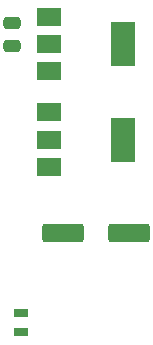
<source format=gbr>
%TF.GenerationSoftware,KiCad,Pcbnew,(6.0.8)*%
%TF.CreationDate,2022-12-26T14:05:03+00:00*%
%TF.ProjectId,Display_LED,44697370-6c61-4795-9f4c-45442e6b6963,1*%
%TF.SameCoordinates,Original*%
%TF.FileFunction,Paste,Top*%
%TF.FilePolarity,Positive*%
%FSLAX46Y46*%
G04 Gerber Fmt 4.6, Leading zero omitted, Abs format (unit mm)*
G04 Created by KiCad (PCBNEW (6.0.8)) date 2022-12-26 14:05:03*
%MOMM*%
%LPD*%
G01*
G04 APERTURE LIST*
G04 Aperture macros list*
%AMRoundRect*
0 Rectangle with rounded corners*
0 $1 Rounding radius*
0 $2 $3 $4 $5 $6 $7 $8 $9 X,Y pos of 4 corners*
0 Add a 4 corners polygon primitive as box body*
4,1,4,$2,$3,$4,$5,$6,$7,$8,$9,$2,$3,0*
0 Add four circle primitives for the rounded corners*
1,1,$1+$1,$2,$3*
1,1,$1+$1,$4,$5*
1,1,$1+$1,$6,$7*
1,1,$1+$1,$8,$9*
0 Add four rect primitives between the rounded corners*
20,1,$1+$1,$2,$3,$4,$5,0*
20,1,$1+$1,$4,$5,$6,$7,0*
20,1,$1+$1,$6,$7,$8,$9,0*
20,1,$1+$1,$8,$9,$2,$3,0*%
G04 Aperture macros list end*
%ADD10R,2.000000X1.500000*%
%ADD11R,2.000000X3.800000*%
%ADD12RoundRect,0.250000X0.475000X-0.250000X0.475000X0.250000X-0.475000X0.250000X-0.475000X-0.250000X0*%
%ADD13RoundRect,0.250000X-1.500000X-0.550000X1.500000X-0.550000X1.500000X0.550000X-1.500000X0.550000X0*%
%ADD14R,1.200000X0.800000*%
G04 APERTURE END LIST*
D10*
%TO.C,U1*%
X342956000Y-125970000D03*
X342956000Y-128270000D03*
X342956000Y-130570000D03*
D11*
X349256000Y-128270000D03*
%TD*%
D12*
%TO.C,C2*%
X339852000Y-120330000D03*
X339852000Y-118430000D03*
%TD*%
D13*
%TO.C,C1*%
X344164000Y-136144000D03*
X349764000Y-136144000D03*
%TD*%
D10*
%TO.C,U2*%
X342956000Y-117902000D03*
D11*
X349256000Y-120202000D03*
D10*
X342956000Y-120202000D03*
X342956000Y-122502000D03*
%TD*%
D14*
%TO.C,D1*%
X340614000Y-142964000D03*
X340614000Y-144564000D03*
%TD*%
M02*

</source>
